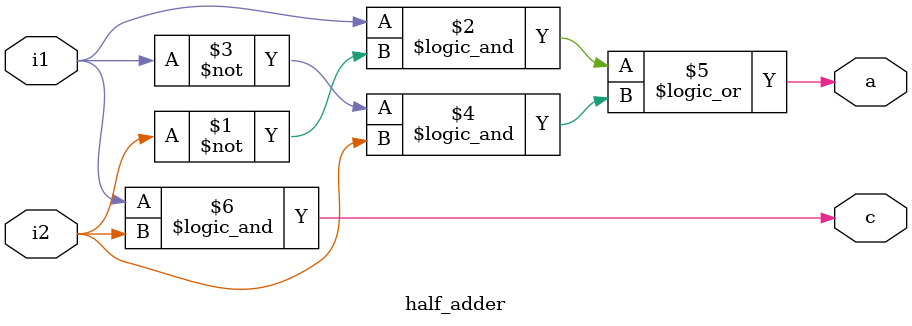
<source format=v>
module subtractor_4b(out, num1, num2);
    //4 bit subtractor
    output [3:0] out;
    input [3:0] num1;
    input [3:0] num2;
    wire [3:0] num2_neg;
    wire unused;

    assign num2_neg[0] = ~num2[0];
    assign num2_neg[1] = ~num2[1];
    assign num2_neg[2] = ~num2[2];
    assign num2_neg[3] = ~num2[3];

    adder_4b adder_4b_s(out, unused, num1, num2_neg, 1'b1);
endmodule

module adder_4b(out, cout, num1, num2, cin);
    //4 bit Adder with cin
    output [3:0] out;
    output cout;
    input [3:0] num1;
    input [3:0] num2;
    input cin;
    wire c1, c2, c3;

    full_adder full_adder_01(out[0], c1, num1[0], num2[0], cin);
    full_adder full_adder_02(out[1], c2, num1[1], num2[1], c1);
    full_adder full_adder_03(out[2], c3, num1[2], num2[2], c2);
    full_adder full_adder_04(out[3], cout, num1[3], num2[3], c3);
endmodule

module full_adder(a, cout, i1, i2, cin);
    //Full Adder
    output a, cout;
    input i1, i2, cin;
    wire w_a1, w_c1, w_c2;

    half_adder half_adder_01(w_a1, w_c1, i1, i2);
    half_adder half_adder_02(a, w_c2, cin, w_a1);

    assign cout = w_c1 || w_c2;
endmodule

module half_adder(a, c, i1, i2);
    //Half-Adder
    output a, c;
    input i1, i2;

    //EDA Playground didn't like xor
    //assign a = i1 xor i2;
    assign a = (i1 && ~i2) || (~i1 && i2);
    assign c = i1 && i2;
endmodule
</source>
